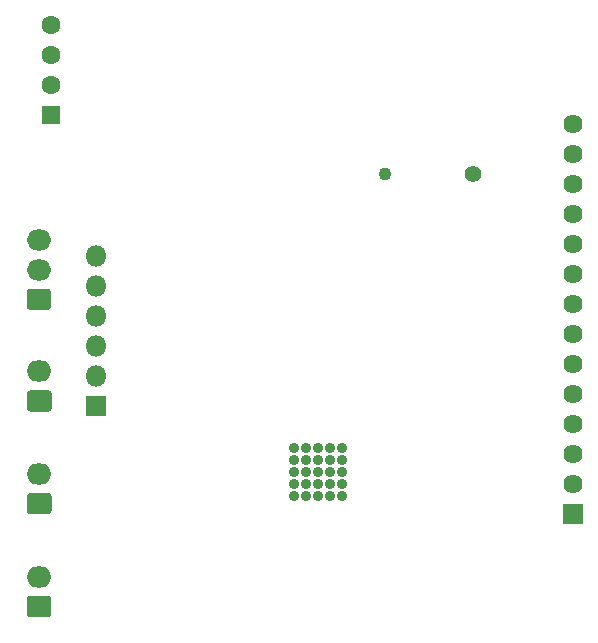
<source format=gbr>
%TF.GenerationSoftware,KiCad,Pcbnew,5.1.6-c6e7f7d~87~ubuntu20.04.1*%
%TF.CreationDate,2021-01-31T19:29:29+07:00*%
%TF.ProjectId,kh-gift-hw,6b682d67-6966-4742-9d68-772e6b696361,rev?*%
%TF.SameCoordinates,Original*%
%TF.FileFunction,Soldermask,Bot*%
%TF.FilePolarity,Negative*%
%FSLAX46Y46*%
G04 Gerber Fmt 4.6, Leading zero omitted, Abs format (unit mm)*
G04 Created by KiCad (PCBNEW 5.1.6-c6e7f7d~87~ubuntu20.04.1) date 2021-01-31 19:29:29*
%MOMM*%
%LPD*%
G01*
G04 APERTURE LIST*
%ADD10C,1.624000*%
%ADD11R,1.800000X1.800000*%
%ADD12C,1.600000*%
%ADD13R,1.600000X1.600000*%
%ADD14C,0.900000*%
%ADD15O,2.100000X1.800000*%
%ADD16O,2.050000X1.800000*%
%ADD17O,1.800000X1.800000*%
%ADD18C,1.400000*%
%ADD19C,1.100000*%
G04 APERTURE END LIST*
D10*
%TO.C,J4*%
X117233900Y-128415680D03*
X117233900Y-130955680D03*
X117233900Y-133495680D03*
X117233900Y-136035680D03*
X117233900Y-138575680D03*
X117233900Y-141115680D03*
X117233900Y-143655680D03*
X117233900Y-146195680D03*
X117233900Y-148735680D03*
X117233900Y-151275680D03*
X117233900Y-153815680D03*
X117233900Y-156355680D03*
X117233900Y-158895680D03*
D11*
X117233900Y-161435680D03*
%TD*%
D12*
%TO.C,U3*%
X73030000Y-120040000D03*
X73030000Y-122580000D03*
X73030000Y-125120000D03*
D13*
X73030000Y-127660000D03*
%TD*%
D14*
%TO.C,U1*%
X97637300Y-159912460D03*
X97637300Y-158912460D03*
X97637300Y-157912460D03*
X97637300Y-156912460D03*
X97637300Y-155912460D03*
X96637300Y-155912460D03*
X96637300Y-156912460D03*
X96637300Y-157912460D03*
X96637300Y-158912460D03*
X96637300Y-159912460D03*
X94637300Y-159912460D03*
X94637300Y-158912460D03*
X94637300Y-157912460D03*
X94637300Y-156912460D03*
X94637300Y-155912460D03*
X95637300Y-155912460D03*
X95637300Y-156912460D03*
X95637300Y-157912460D03*
X95637300Y-158912460D03*
X95637300Y-159912460D03*
X93637300Y-155912460D03*
X93637300Y-156912460D03*
X93637300Y-157912460D03*
X93637300Y-158912460D03*
X93637300Y-159912460D03*
%TD*%
D15*
%TO.C,SW2*%
X72040000Y-158090000D03*
G36*
G01*
X72825294Y-161490000D02*
X71254706Y-161490000D01*
G75*
G02*
X70990000Y-161225294I0J264706D01*
G01*
X70990000Y-159954706D01*
G75*
G02*
X71254706Y-159690000I264706J0D01*
G01*
X72825294Y-159690000D01*
G75*
G02*
X73090000Y-159954706I0J-264706D01*
G01*
X73090000Y-161225294D01*
G75*
G02*
X72825294Y-161490000I-264706J0D01*
G01*
G37*
%TD*%
%TO.C,SW1*%
X72050000Y-149400000D03*
G36*
G01*
X72835294Y-152800000D02*
X71264706Y-152800000D01*
G75*
G02*
X71000000Y-152535294I0J264706D01*
G01*
X71000000Y-151264706D01*
G75*
G02*
X71264706Y-151000000I264706J0D01*
G01*
X72835294Y-151000000D01*
G75*
G02*
X73100000Y-151264706I0J-264706D01*
G01*
X73100000Y-152535294D01*
G75*
G02*
X72835294Y-152800000I-264706J0D01*
G01*
G37*
%TD*%
D16*
%TO.C,J3*%
X71998840Y-138296640D03*
X71998840Y-140796640D03*
G36*
G01*
X72759134Y-144196640D02*
X71238546Y-144196640D01*
G75*
G02*
X70973840Y-143931934I0J264706D01*
G01*
X70973840Y-142661346D01*
G75*
G02*
X71238546Y-142396640I264706J0D01*
G01*
X72759134Y-142396640D01*
G75*
G02*
X73023840Y-142661346I0J-264706D01*
G01*
X73023840Y-143931934D01*
G75*
G02*
X72759134Y-144196640I-264706J0D01*
G01*
G37*
%TD*%
D17*
%TO.C,J2*%
X76880000Y-139670000D03*
X76880000Y-142210000D03*
X76880000Y-144750000D03*
X76880000Y-147290000D03*
X76880000Y-149830000D03*
D11*
X76880000Y-152370000D03*
%TD*%
D15*
%TO.C,J1*%
X72020000Y-166800000D03*
G36*
G01*
X72805294Y-170200000D02*
X71234706Y-170200000D01*
G75*
G02*
X70970000Y-169935294I0J264706D01*
G01*
X70970000Y-168664706D01*
G75*
G02*
X71234706Y-168400000I264706J0D01*
G01*
X72805294Y-168400000D01*
G75*
G02*
X73070000Y-168664706I0J-264706D01*
G01*
X73070000Y-169935294D01*
G75*
G02*
X72805294Y-170200000I-264706J0D01*
G01*
G37*
%TD*%
D18*
%TO.C,BT1*%
X108784720Y-132700320D03*
D19*
X101284720Y-132700320D03*
%TD*%
M02*

</source>
